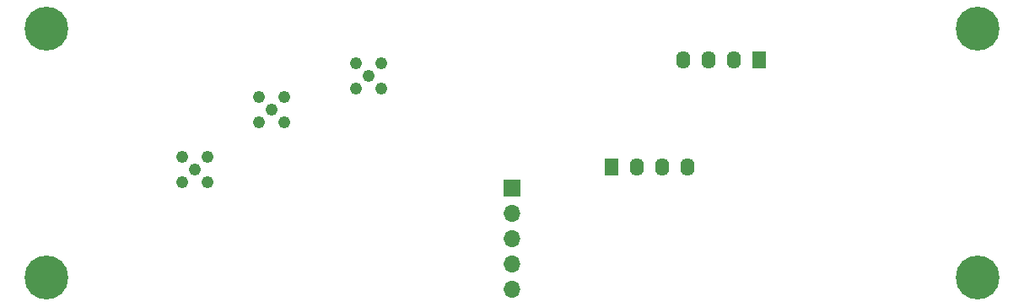
<source format=gbr>
%TF.GenerationSoftware,KiCad,Pcbnew,7.0.6*%
%TF.CreationDate,2023-09-07T21:54:39-06:00*%
%TF.ProjectId,low_power_heater,6c6f775f-706f-4776-9572-5f6865617465,rev?*%
%TF.SameCoordinates,Original*%
%TF.FileFunction,Soldermask,Bot*%
%TF.FilePolarity,Negative*%
%FSLAX46Y46*%
G04 Gerber Fmt 4.6, Leading zero omitted, Abs format (unit mm)*
G04 Created by KiCad (PCBNEW 7.0.6) date 2023-09-07 21:54:39*
%MOMM*%
%LPD*%
G01*
G04 APERTURE LIST*
%ADD10C,1.240000*%
%ADD11C,0.700000*%
%ADD12C,4.400000*%
%ADD13R,1.400000X1.800000*%
%ADD14O,1.400000X1.800000*%
%ADD15R,1.700000X1.700000*%
%ADD16O,1.700000X1.700000*%
G04 APERTURE END LIST*
D10*
%TO.C,J14*%
X102370000Y-81130000D03*
X101100000Y-79860000D03*
X101100000Y-82400000D03*
X103640000Y-79860000D03*
X103640000Y-82400000D03*
%TD*%
%TO.C,J13*%
X119870000Y-71730000D03*
X118600000Y-70460000D03*
X118600000Y-73000000D03*
X121140000Y-70460000D03*
X121140000Y-73000000D03*
%TD*%
%TO.C,J12*%
X110130000Y-75130000D03*
X108860000Y-73860000D03*
X108860000Y-76400000D03*
X111400000Y-73860000D03*
X111400000Y-76400000D03*
%TD*%
D11*
%TO.C,H3*%
X85850000Y-67000000D03*
X86333274Y-65833274D03*
X86333274Y-68166726D03*
X87500000Y-65350000D03*
D12*
X87500000Y-67000000D03*
D11*
X87500000Y-68650000D03*
X88666726Y-65833274D03*
X88666726Y-68166726D03*
X89150000Y-67000000D03*
%TD*%
%TO.C,H4*%
X179350000Y-67000000D03*
X179833274Y-65833274D03*
X179833274Y-68166726D03*
X181000000Y-65350000D03*
D12*
X181000000Y-67000000D03*
D11*
X181000000Y-68650000D03*
X182166726Y-65833274D03*
X182166726Y-68166726D03*
X182650000Y-67000000D03*
%TD*%
D13*
%TO.C,PS2*%
X159012500Y-70132500D03*
D14*
X156472500Y-70132500D03*
X153932500Y-70132500D03*
X151392500Y-70132500D03*
%TD*%
D11*
%TO.C,H2*%
X179350000Y-92000000D03*
X179833274Y-90833274D03*
X179833274Y-93166726D03*
X181000000Y-90350000D03*
D12*
X181000000Y-92000000D03*
D11*
X181000000Y-93650000D03*
X182166726Y-90833274D03*
X182166726Y-93166726D03*
X182650000Y-92000000D03*
%TD*%
%TO.C,H1*%
X85850000Y-92000000D03*
X86333274Y-90833274D03*
X86333274Y-93166726D03*
X87500000Y-90350000D03*
D12*
X87500000Y-92000000D03*
D11*
X87500000Y-93650000D03*
X88666726Y-90833274D03*
X88666726Y-93166726D03*
X89150000Y-92000000D03*
%TD*%
D13*
%TO.C,PS1*%
X144237500Y-80867500D03*
D14*
X146777500Y-80867500D03*
X149317500Y-80867500D03*
X151857500Y-80867500D03*
%TD*%
D15*
%TO.C,J11*%
X134250000Y-83000000D03*
D16*
X134250000Y-85540000D03*
X134250000Y-88080000D03*
X134250000Y-90620000D03*
X134250000Y-93160000D03*
%TD*%
M02*

</source>
